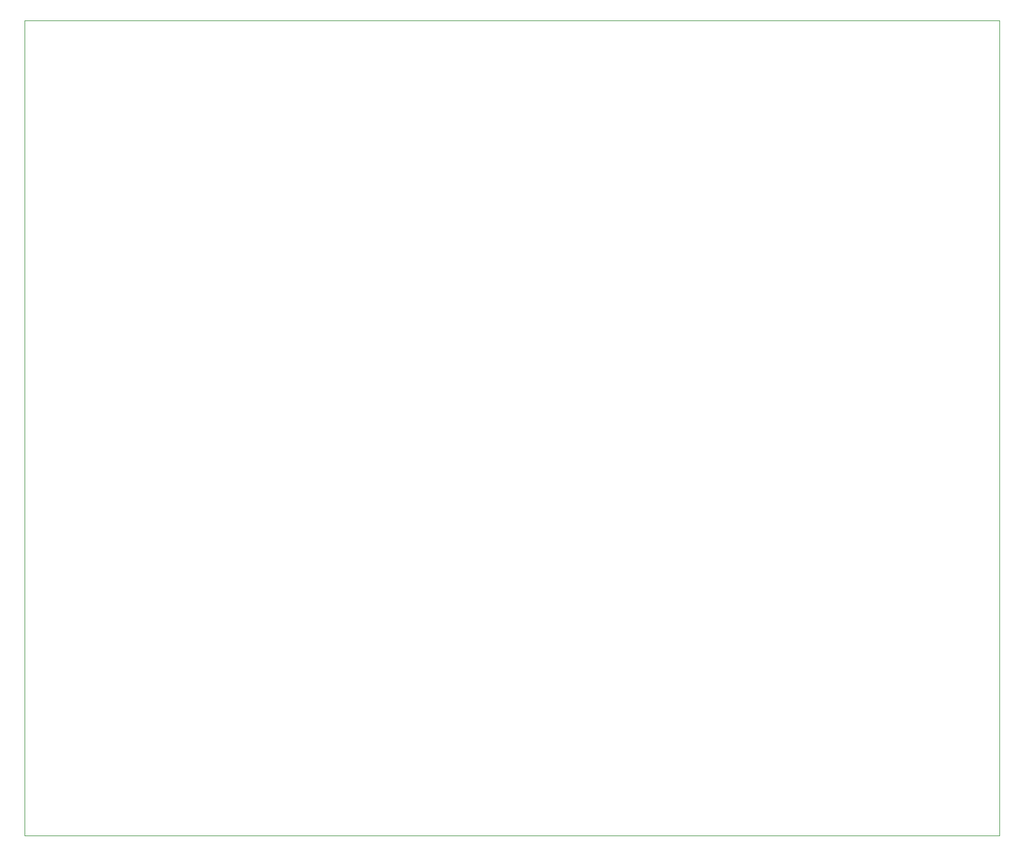
<source format=gbr>
G04 #@! TF.FileFunction,Profile,NP*
%FSLAX46Y46*%
G04 Gerber Fmt 4.6, Leading zero omitted, Abs format (unit mm)*
G04 Created by KiCad (PCBNEW 4.0.1-stable) date 2017/02/02 22:45:04*
%MOMM*%
G01*
G04 APERTURE LIST*
%ADD10C,0.100000*%
G04 APERTURE END LIST*
D10*
X29000000Y-30000000D02*
X29000000Y-29000000D01*
X170000000Y-30000000D02*
X170000000Y-29000000D01*
X29000000Y-147000000D02*
X170000000Y-147000000D01*
X29000000Y-30000000D02*
X29000000Y-147000000D01*
X170000000Y-29000000D02*
X29000000Y-29000000D01*
X170000000Y-147000000D02*
X170000000Y-30000000D01*
M02*

</source>
